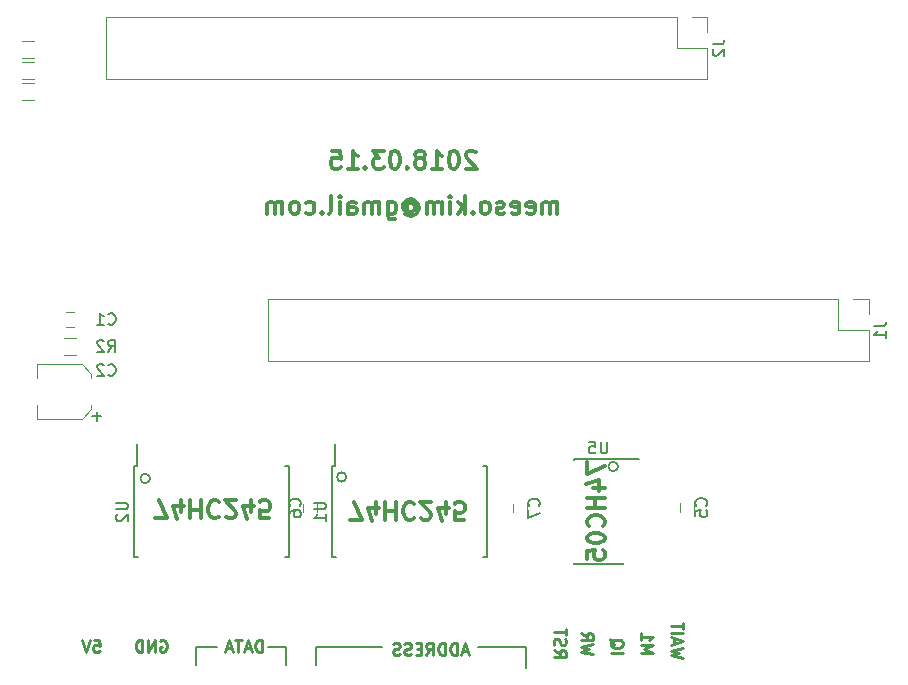
<source format=gbr>
G04 #@! TF.FileFunction,Legend,Bot*
%FSLAX46Y46*%
G04 Gerber Fmt 4.6, Leading zero omitted, Abs format (unit mm)*
G04 Created by KiCad (PCBNEW 4.0.7) date 03/27/18 21:59:05*
%MOMM*%
%LPD*%
G01*
G04 APERTURE LIST*
%ADD10C,0.100000*%
%ADD11C,0.200000*%
%ADD12C,0.300000*%
%ADD13C,0.250000*%
%ADD14C,0.120000*%
%ADD15C,0.150000*%
G04 APERTURE END LIST*
D10*
D11*
X175407609Y-89154000D02*
G75*
G03X175407609Y-89154000I-401609J0D01*
G01*
D12*
X172787571Y-88785430D02*
X172787571Y-89785430D01*
X174287571Y-89142573D01*
X173287571Y-90999715D02*
X174287571Y-90999715D01*
X172716143Y-90642572D02*
X173787571Y-90285429D01*
X173787571Y-91214001D01*
X174287571Y-91785429D02*
X172787571Y-91785429D01*
X173501857Y-91785429D02*
X173501857Y-92642572D01*
X174287571Y-92642572D02*
X172787571Y-92642572D01*
X174144714Y-94214001D02*
X174216143Y-94142572D01*
X174287571Y-93928286D01*
X174287571Y-93785429D01*
X174216143Y-93571144D01*
X174073286Y-93428286D01*
X173930429Y-93356858D01*
X173644714Y-93285429D01*
X173430429Y-93285429D01*
X173144714Y-93356858D01*
X173001857Y-93428286D01*
X172859000Y-93571144D01*
X172787571Y-93785429D01*
X172787571Y-93928286D01*
X172859000Y-94142572D01*
X172930429Y-94214001D01*
X172787571Y-95142572D02*
X172787571Y-95285429D01*
X172859000Y-95428286D01*
X172930429Y-95499715D01*
X173073286Y-95571144D01*
X173359000Y-95642572D01*
X173716143Y-95642572D01*
X174001857Y-95571144D01*
X174144714Y-95499715D01*
X174216143Y-95428286D01*
X174287571Y-95285429D01*
X174287571Y-95142572D01*
X174216143Y-94999715D01*
X174144714Y-94928286D01*
X174001857Y-94856858D01*
X173716143Y-94785429D01*
X173359000Y-94785429D01*
X173073286Y-94856858D01*
X172930429Y-94928286D01*
X172859000Y-94999715D01*
X172787571Y-95142572D01*
X172787571Y-96999715D02*
X172787571Y-96285429D01*
X173501857Y-96214000D01*
X173430429Y-96285429D01*
X173359000Y-96428286D01*
X173359000Y-96785429D01*
X173430429Y-96928286D01*
X173501857Y-96999715D01*
X173644714Y-97071143D01*
X174001857Y-97071143D01*
X174144714Y-96999715D01*
X174216143Y-96928286D01*
X174287571Y-96785429D01*
X174287571Y-96428286D01*
X174216143Y-96285429D01*
X174144714Y-96214000D01*
D11*
X135783609Y-90170000D02*
G75*
G03X135783609Y-90170000I-401609J0D01*
G01*
D12*
X136204144Y-93531429D02*
X137204144Y-93531429D01*
X136561287Y-92031429D01*
X138418429Y-93031429D02*
X138418429Y-92031429D01*
X138061286Y-93602857D02*
X137704143Y-92531429D01*
X138632715Y-92531429D01*
X139204143Y-92031429D02*
X139204143Y-93531429D01*
X139204143Y-92817143D02*
X140061286Y-92817143D01*
X140061286Y-92031429D02*
X140061286Y-93531429D01*
X141632715Y-92174286D02*
X141561286Y-92102857D01*
X141347000Y-92031429D01*
X141204143Y-92031429D01*
X140989858Y-92102857D01*
X140847000Y-92245714D01*
X140775572Y-92388571D01*
X140704143Y-92674286D01*
X140704143Y-92888571D01*
X140775572Y-93174286D01*
X140847000Y-93317143D01*
X140989858Y-93460000D01*
X141204143Y-93531429D01*
X141347000Y-93531429D01*
X141561286Y-93460000D01*
X141632715Y-93388571D01*
X142204143Y-93388571D02*
X142275572Y-93460000D01*
X142418429Y-93531429D01*
X142775572Y-93531429D01*
X142918429Y-93460000D01*
X142989858Y-93388571D01*
X143061286Y-93245714D01*
X143061286Y-93102857D01*
X142989858Y-92888571D01*
X142132715Y-92031429D01*
X143061286Y-92031429D01*
X144347000Y-93031429D02*
X144347000Y-92031429D01*
X143989857Y-93602857D02*
X143632714Y-92531429D01*
X144561286Y-92531429D01*
X145847000Y-93531429D02*
X145132714Y-93531429D01*
X145061285Y-92817143D01*
X145132714Y-92888571D01*
X145275571Y-92960000D01*
X145632714Y-92960000D01*
X145775571Y-92888571D01*
X145847000Y-92817143D01*
X145918428Y-92674286D01*
X145918428Y-92317143D01*
X145847000Y-92174286D01*
X145775571Y-92102857D01*
X145632714Y-92031429D01*
X145275571Y-92031429D01*
X145132714Y-92102857D01*
X145061285Y-92174286D01*
D11*
X152420609Y-90043000D02*
G75*
G03X152420609Y-90043000I-401609J0D01*
G01*
D12*
X152714144Y-93658429D02*
X153714144Y-93658429D01*
X153071287Y-92158429D01*
X154928429Y-93158429D02*
X154928429Y-92158429D01*
X154571286Y-93729857D02*
X154214143Y-92658429D01*
X155142715Y-92658429D01*
X155714143Y-92158429D02*
X155714143Y-93658429D01*
X155714143Y-92944143D02*
X156571286Y-92944143D01*
X156571286Y-92158429D02*
X156571286Y-93658429D01*
X158142715Y-92301286D02*
X158071286Y-92229857D01*
X157857000Y-92158429D01*
X157714143Y-92158429D01*
X157499858Y-92229857D01*
X157357000Y-92372714D01*
X157285572Y-92515571D01*
X157214143Y-92801286D01*
X157214143Y-93015571D01*
X157285572Y-93301286D01*
X157357000Y-93444143D01*
X157499858Y-93587000D01*
X157714143Y-93658429D01*
X157857000Y-93658429D01*
X158071286Y-93587000D01*
X158142715Y-93515571D01*
X158714143Y-93515571D02*
X158785572Y-93587000D01*
X158928429Y-93658429D01*
X159285572Y-93658429D01*
X159428429Y-93587000D01*
X159499858Y-93515571D01*
X159571286Y-93372714D01*
X159571286Y-93229857D01*
X159499858Y-93015571D01*
X158642715Y-92158429D01*
X159571286Y-92158429D01*
X160857000Y-93158429D02*
X160857000Y-92158429D01*
X160499857Y-93729857D02*
X160142714Y-92658429D01*
X161071286Y-92658429D01*
X162357000Y-93658429D02*
X161642714Y-93658429D01*
X161571285Y-92944143D01*
X161642714Y-93015571D01*
X161785571Y-93087000D01*
X162142714Y-93087000D01*
X162285571Y-93015571D01*
X162357000Y-92944143D01*
X162428428Y-92801286D01*
X162428428Y-92444143D01*
X162357000Y-92301286D01*
X162285571Y-92229857D01*
X162142714Y-92158429D01*
X161785571Y-92158429D01*
X161642714Y-92229857D01*
X161571285Y-92301286D01*
D11*
X167640000Y-104394000D02*
X163576000Y-104394000D01*
X167640000Y-106172000D02*
X167640000Y-104394000D01*
X149860000Y-104394000D02*
X155448000Y-104394000D01*
X149860000Y-105918000D02*
X149860000Y-104394000D01*
X147320000Y-104394000D02*
X145796000Y-104394000D01*
X147320000Y-105918000D02*
X147320000Y-104394000D01*
X139700000Y-104394000D02*
X141478000Y-104394000D01*
X139700000Y-105918000D02*
X139700000Y-104394000D01*
D13*
X162654857Y-104814667D02*
X162178666Y-104814667D01*
X162750095Y-105100381D02*
X162416762Y-104100381D01*
X162083428Y-105100381D01*
X161750095Y-105100381D02*
X161750095Y-104100381D01*
X161512000Y-104100381D01*
X161369142Y-104148000D01*
X161273904Y-104243238D01*
X161226285Y-104338476D01*
X161178666Y-104528952D01*
X161178666Y-104671810D01*
X161226285Y-104862286D01*
X161273904Y-104957524D01*
X161369142Y-105052762D01*
X161512000Y-105100381D01*
X161750095Y-105100381D01*
X160750095Y-105100381D02*
X160750095Y-104100381D01*
X160512000Y-104100381D01*
X160369142Y-104148000D01*
X160273904Y-104243238D01*
X160226285Y-104338476D01*
X160178666Y-104528952D01*
X160178666Y-104671810D01*
X160226285Y-104862286D01*
X160273904Y-104957524D01*
X160369142Y-105052762D01*
X160512000Y-105100381D01*
X160750095Y-105100381D01*
X159178666Y-105100381D02*
X159512000Y-104624190D01*
X159750095Y-105100381D02*
X159750095Y-104100381D01*
X159369142Y-104100381D01*
X159273904Y-104148000D01*
X159226285Y-104195619D01*
X159178666Y-104290857D01*
X159178666Y-104433714D01*
X159226285Y-104528952D01*
X159273904Y-104576571D01*
X159369142Y-104624190D01*
X159750095Y-104624190D01*
X158750095Y-104576571D02*
X158416761Y-104576571D01*
X158273904Y-105100381D02*
X158750095Y-105100381D01*
X158750095Y-104100381D01*
X158273904Y-104100381D01*
X157892952Y-105052762D02*
X157750095Y-105100381D01*
X157511999Y-105100381D01*
X157416761Y-105052762D01*
X157369142Y-105005143D01*
X157321523Y-104909905D01*
X157321523Y-104814667D01*
X157369142Y-104719429D01*
X157416761Y-104671810D01*
X157511999Y-104624190D01*
X157702476Y-104576571D01*
X157797714Y-104528952D01*
X157845333Y-104481333D01*
X157892952Y-104386095D01*
X157892952Y-104290857D01*
X157845333Y-104195619D01*
X157797714Y-104148000D01*
X157702476Y-104100381D01*
X157464380Y-104100381D01*
X157321523Y-104148000D01*
X156940571Y-105052762D02*
X156797714Y-105100381D01*
X156559618Y-105100381D01*
X156464380Y-105052762D01*
X156416761Y-105005143D01*
X156369142Y-104909905D01*
X156369142Y-104814667D01*
X156416761Y-104719429D01*
X156464380Y-104671810D01*
X156559618Y-104624190D01*
X156750095Y-104576571D01*
X156845333Y-104528952D01*
X156892952Y-104481333D01*
X156940571Y-104386095D01*
X156940571Y-104290857D01*
X156892952Y-104195619D01*
X156845333Y-104148000D01*
X156750095Y-104100381D01*
X156511999Y-104100381D01*
X156369142Y-104148000D01*
X145264000Y-104846381D02*
X145264000Y-103846381D01*
X145025905Y-103846381D01*
X144883047Y-103894000D01*
X144787809Y-103989238D01*
X144740190Y-104084476D01*
X144692571Y-104274952D01*
X144692571Y-104417810D01*
X144740190Y-104608286D01*
X144787809Y-104703524D01*
X144883047Y-104798762D01*
X145025905Y-104846381D01*
X145264000Y-104846381D01*
X144311619Y-104560667D02*
X143835428Y-104560667D01*
X144406857Y-104846381D02*
X144073524Y-103846381D01*
X143740190Y-104846381D01*
X143549714Y-103846381D02*
X142978285Y-103846381D01*
X143264000Y-104846381D02*
X143264000Y-103846381D01*
X142692571Y-104560667D02*
X142216380Y-104560667D01*
X142787809Y-104846381D02*
X142454476Y-103846381D01*
X142121142Y-104846381D01*
D12*
X163368856Y-62567429D02*
X163297427Y-62496000D01*
X163154570Y-62424571D01*
X162797427Y-62424571D01*
X162654570Y-62496000D01*
X162583141Y-62567429D01*
X162511713Y-62710286D01*
X162511713Y-62853143D01*
X162583141Y-63067429D01*
X163440284Y-63924571D01*
X162511713Y-63924571D01*
X161583142Y-62424571D02*
X161440285Y-62424571D01*
X161297428Y-62496000D01*
X161225999Y-62567429D01*
X161154570Y-62710286D01*
X161083142Y-62996000D01*
X161083142Y-63353143D01*
X161154570Y-63638857D01*
X161225999Y-63781714D01*
X161297428Y-63853143D01*
X161440285Y-63924571D01*
X161583142Y-63924571D01*
X161725999Y-63853143D01*
X161797428Y-63781714D01*
X161868856Y-63638857D01*
X161940285Y-63353143D01*
X161940285Y-62996000D01*
X161868856Y-62710286D01*
X161797428Y-62567429D01*
X161725999Y-62496000D01*
X161583142Y-62424571D01*
X159654571Y-63924571D02*
X160511714Y-63924571D01*
X160083142Y-63924571D02*
X160083142Y-62424571D01*
X160225999Y-62638857D01*
X160368857Y-62781714D01*
X160511714Y-62853143D01*
X158797428Y-63067429D02*
X158940286Y-62996000D01*
X159011714Y-62924571D01*
X159083143Y-62781714D01*
X159083143Y-62710286D01*
X159011714Y-62567429D01*
X158940286Y-62496000D01*
X158797428Y-62424571D01*
X158511714Y-62424571D01*
X158368857Y-62496000D01*
X158297428Y-62567429D01*
X158226000Y-62710286D01*
X158226000Y-62781714D01*
X158297428Y-62924571D01*
X158368857Y-62996000D01*
X158511714Y-63067429D01*
X158797428Y-63067429D01*
X158940286Y-63138857D01*
X159011714Y-63210286D01*
X159083143Y-63353143D01*
X159083143Y-63638857D01*
X159011714Y-63781714D01*
X158940286Y-63853143D01*
X158797428Y-63924571D01*
X158511714Y-63924571D01*
X158368857Y-63853143D01*
X158297428Y-63781714D01*
X158226000Y-63638857D01*
X158226000Y-63353143D01*
X158297428Y-63210286D01*
X158368857Y-63138857D01*
X158511714Y-63067429D01*
X157583143Y-63781714D02*
X157511715Y-63853143D01*
X157583143Y-63924571D01*
X157654572Y-63853143D01*
X157583143Y-63781714D01*
X157583143Y-63924571D01*
X156583143Y-62424571D02*
X156440286Y-62424571D01*
X156297429Y-62496000D01*
X156226000Y-62567429D01*
X156154571Y-62710286D01*
X156083143Y-62996000D01*
X156083143Y-63353143D01*
X156154571Y-63638857D01*
X156226000Y-63781714D01*
X156297429Y-63853143D01*
X156440286Y-63924571D01*
X156583143Y-63924571D01*
X156726000Y-63853143D01*
X156797429Y-63781714D01*
X156868857Y-63638857D01*
X156940286Y-63353143D01*
X156940286Y-62996000D01*
X156868857Y-62710286D01*
X156797429Y-62567429D01*
X156726000Y-62496000D01*
X156583143Y-62424571D01*
X155583143Y-62424571D02*
X154654572Y-62424571D01*
X155154572Y-62996000D01*
X154940286Y-62996000D01*
X154797429Y-63067429D01*
X154726000Y-63138857D01*
X154654572Y-63281714D01*
X154654572Y-63638857D01*
X154726000Y-63781714D01*
X154797429Y-63853143D01*
X154940286Y-63924571D01*
X155368858Y-63924571D01*
X155511715Y-63853143D01*
X155583143Y-63781714D01*
X154011715Y-63781714D02*
X153940287Y-63853143D01*
X154011715Y-63924571D01*
X154083144Y-63853143D01*
X154011715Y-63781714D01*
X154011715Y-63924571D01*
X152511715Y-63924571D02*
X153368858Y-63924571D01*
X152940286Y-63924571D02*
X152940286Y-62424571D01*
X153083143Y-62638857D01*
X153226001Y-62781714D01*
X153368858Y-62853143D01*
X151154572Y-62424571D02*
X151868858Y-62424571D01*
X151940287Y-63138857D01*
X151868858Y-63067429D01*
X151726001Y-62996000D01*
X151368858Y-62996000D01*
X151226001Y-63067429D01*
X151154572Y-63138857D01*
X151083144Y-63281714D01*
X151083144Y-63638857D01*
X151154572Y-63781714D01*
X151226001Y-63853143D01*
X151368858Y-63924571D01*
X151726001Y-63924571D01*
X151868858Y-63853143D01*
X151940287Y-63781714D01*
D13*
X131000476Y-103846381D02*
X131476667Y-103846381D01*
X131524286Y-104322571D01*
X131476667Y-104274952D01*
X131381429Y-104227333D01*
X131143333Y-104227333D01*
X131048095Y-104274952D01*
X131000476Y-104322571D01*
X130952857Y-104417810D01*
X130952857Y-104655905D01*
X131000476Y-104751143D01*
X131048095Y-104798762D01*
X131143333Y-104846381D01*
X131381429Y-104846381D01*
X131476667Y-104798762D01*
X131524286Y-104751143D01*
X130667143Y-103846381D02*
X130333810Y-104846381D01*
X130000476Y-103846381D01*
X136651904Y-103894000D02*
X136747142Y-103846381D01*
X136889999Y-103846381D01*
X137032857Y-103894000D01*
X137128095Y-103989238D01*
X137175714Y-104084476D01*
X137223333Y-104274952D01*
X137223333Y-104417810D01*
X137175714Y-104608286D01*
X137128095Y-104703524D01*
X137032857Y-104798762D01*
X136889999Y-104846381D01*
X136794761Y-104846381D01*
X136651904Y-104798762D01*
X136604285Y-104751143D01*
X136604285Y-104417810D01*
X136794761Y-104417810D01*
X136175714Y-104846381D02*
X136175714Y-103846381D01*
X135604285Y-104846381D01*
X135604285Y-103846381D01*
X135128095Y-104846381D02*
X135128095Y-103846381D01*
X134890000Y-103846381D01*
X134747142Y-103894000D01*
X134651904Y-103989238D01*
X134604285Y-104084476D01*
X134556666Y-104274952D01*
X134556666Y-104417810D01*
X134604285Y-104608286D01*
X134651904Y-104703524D01*
X134747142Y-104798762D01*
X134890000Y-104846381D01*
X135128095Y-104846381D01*
X173267619Y-105068571D02*
X172267619Y-104830476D01*
X172981905Y-104639999D01*
X172267619Y-104449523D01*
X173267619Y-104211428D01*
X172267619Y-103259047D02*
X172743810Y-103592381D01*
X172267619Y-103830476D02*
X173267619Y-103830476D01*
X173267619Y-103449523D01*
X173220000Y-103354285D01*
X173172381Y-103306666D01*
X173077143Y-103259047D01*
X172934286Y-103259047D01*
X172839048Y-103306666D01*
X172791429Y-103354285D01*
X172743810Y-103449523D01*
X172743810Y-103830476D01*
X174807619Y-104917809D02*
X175807619Y-104917809D01*
X174712381Y-103774952D02*
X174760000Y-103870190D01*
X174855238Y-103965428D01*
X174998095Y-104108285D01*
X175045714Y-104203524D01*
X175045714Y-104298762D01*
X174807619Y-104251143D02*
X174855238Y-104346381D01*
X174950476Y-104441619D01*
X175140952Y-104489238D01*
X175474286Y-104489238D01*
X175664762Y-104441619D01*
X175760000Y-104346381D01*
X175807619Y-104251143D01*
X175807619Y-104060666D01*
X175760000Y-103965428D01*
X175664762Y-103870190D01*
X175474286Y-103822571D01*
X175140952Y-103822571D01*
X174950476Y-103870190D01*
X174855238Y-103965428D01*
X174807619Y-104060666D01*
X174807619Y-104251143D01*
X177347619Y-104949524D02*
X178347619Y-104949524D01*
X177633333Y-104616190D01*
X178347619Y-104282857D01*
X177347619Y-104282857D01*
X177347619Y-103282857D02*
X177347619Y-103854286D01*
X177347619Y-103568572D02*
X178347619Y-103568572D01*
X178204762Y-103663810D01*
X178109524Y-103759048D01*
X178061905Y-103854286D01*
X180887619Y-105362190D02*
X179887619Y-105124095D01*
X180601905Y-104933618D01*
X179887619Y-104743142D01*
X180887619Y-104505047D01*
X180173333Y-104171714D02*
X180173333Y-103695523D01*
X179887619Y-104266952D02*
X180887619Y-103933619D01*
X179887619Y-103600285D01*
X179887619Y-103266952D02*
X180887619Y-103266952D01*
X180887619Y-102933619D02*
X180887619Y-102362190D01*
X179887619Y-102647905D02*
X180887619Y-102647905D01*
X169981619Y-104687619D02*
X170457810Y-105020953D01*
X169981619Y-105259048D02*
X170981619Y-105259048D01*
X170981619Y-104878095D01*
X170934000Y-104782857D01*
X170886381Y-104735238D01*
X170791143Y-104687619D01*
X170648286Y-104687619D01*
X170553048Y-104735238D01*
X170505429Y-104782857D01*
X170457810Y-104878095D01*
X170457810Y-105259048D01*
X170029238Y-104306667D02*
X169981619Y-104163810D01*
X169981619Y-103925714D01*
X170029238Y-103830476D01*
X170076857Y-103782857D01*
X170172095Y-103735238D01*
X170267333Y-103735238D01*
X170362571Y-103782857D01*
X170410190Y-103830476D01*
X170457810Y-103925714D01*
X170505429Y-104116191D01*
X170553048Y-104211429D01*
X170600667Y-104259048D01*
X170695905Y-104306667D01*
X170791143Y-104306667D01*
X170886381Y-104259048D01*
X170934000Y-104211429D01*
X170981619Y-104116191D01*
X170981619Y-103878095D01*
X170934000Y-103735238D01*
X170981619Y-103449524D02*
X170981619Y-102878095D01*
X169981619Y-103163810D02*
X170981619Y-103163810D01*
D12*
X170273714Y-67734571D02*
X170273714Y-66734571D01*
X170273714Y-66877429D02*
X170202286Y-66806000D01*
X170059428Y-66734571D01*
X169845143Y-66734571D01*
X169702286Y-66806000D01*
X169630857Y-66948857D01*
X169630857Y-67734571D01*
X169630857Y-66948857D02*
X169559428Y-66806000D01*
X169416571Y-66734571D01*
X169202286Y-66734571D01*
X169059428Y-66806000D01*
X168988000Y-66948857D01*
X168988000Y-67734571D01*
X167702286Y-67663143D02*
X167845143Y-67734571D01*
X168130857Y-67734571D01*
X168273714Y-67663143D01*
X168345143Y-67520286D01*
X168345143Y-66948857D01*
X168273714Y-66806000D01*
X168130857Y-66734571D01*
X167845143Y-66734571D01*
X167702286Y-66806000D01*
X167630857Y-66948857D01*
X167630857Y-67091714D01*
X168345143Y-67234571D01*
X166416572Y-67663143D02*
X166559429Y-67734571D01*
X166845143Y-67734571D01*
X166988000Y-67663143D01*
X167059429Y-67520286D01*
X167059429Y-66948857D01*
X166988000Y-66806000D01*
X166845143Y-66734571D01*
X166559429Y-66734571D01*
X166416572Y-66806000D01*
X166345143Y-66948857D01*
X166345143Y-67091714D01*
X167059429Y-67234571D01*
X165773715Y-67663143D02*
X165630858Y-67734571D01*
X165345143Y-67734571D01*
X165202286Y-67663143D01*
X165130858Y-67520286D01*
X165130858Y-67448857D01*
X165202286Y-67306000D01*
X165345143Y-67234571D01*
X165559429Y-67234571D01*
X165702286Y-67163143D01*
X165773715Y-67020286D01*
X165773715Y-66948857D01*
X165702286Y-66806000D01*
X165559429Y-66734571D01*
X165345143Y-66734571D01*
X165202286Y-66806000D01*
X164273714Y-67734571D02*
X164416572Y-67663143D01*
X164488000Y-67591714D01*
X164559429Y-67448857D01*
X164559429Y-67020286D01*
X164488000Y-66877429D01*
X164416572Y-66806000D01*
X164273714Y-66734571D01*
X164059429Y-66734571D01*
X163916572Y-66806000D01*
X163845143Y-66877429D01*
X163773714Y-67020286D01*
X163773714Y-67448857D01*
X163845143Y-67591714D01*
X163916572Y-67663143D01*
X164059429Y-67734571D01*
X164273714Y-67734571D01*
X163130857Y-67591714D02*
X163059429Y-67663143D01*
X163130857Y-67734571D01*
X163202286Y-67663143D01*
X163130857Y-67591714D01*
X163130857Y-67734571D01*
X162416571Y-67734571D02*
X162416571Y-66234571D01*
X162273714Y-67163143D02*
X161845143Y-67734571D01*
X161845143Y-66734571D02*
X162416571Y-67306000D01*
X161202285Y-67734571D02*
X161202285Y-66734571D01*
X161202285Y-66234571D02*
X161273714Y-66306000D01*
X161202285Y-66377429D01*
X161130857Y-66306000D01*
X161202285Y-66234571D01*
X161202285Y-66377429D01*
X160487999Y-67734571D02*
X160487999Y-66734571D01*
X160487999Y-66877429D02*
X160416571Y-66806000D01*
X160273713Y-66734571D01*
X160059428Y-66734571D01*
X159916571Y-66806000D01*
X159845142Y-66948857D01*
X159845142Y-67734571D01*
X159845142Y-66948857D02*
X159773713Y-66806000D01*
X159630856Y-66734571D01*
X159416571Y-66734571D01*
X159273713Y-66806000D01*
X159202285Y-66948857D01*
X159202285Y-67734571D01*
X157559428Y-67020286D02*
X157630856Y-66948857D01*
X157773713Y-66877429D01*
X157916571Y-66877429D01*
X158059428Y-66948857D01*
X158130856Y-67020286D01*
X158202285Y-67163143D01*
X158202285Y-67306000D01*
X158130856Y-67448857D01*
X158059428Y-67520286D01*
X157916571Y-67591714D01*
X157773713Y-67591714D01*
X157630856Y-67520286D01*
X157559428Y-67448857D01*
X157559428Y-66877429D02*
X157559428Y-67448857D01*
X157487999Y-67520286D01*
X157416571Y-67520286D01*
X157273713Y-67448857D01*
X157202285Y-67306000D01*
X157202285Y-66948857D01*
X157345142Y-66734571D01*
X157559428Y-66591714D01*
X157845142Y-66520286D01*
X158130856Y-66591714D01*
X158345142Y-66734571D01*
X158487999Y-66948857D01*
X158559428Y-67234571D01*
X158487999Y-67520286D01*
X158345142Y-67734571D01*
X158130856Y-67877429D01*
X157845142Y-67948857D01*
X157559428Y-67877429D01*
X157345142Y-67734571D01*
X155916571Y-66734571D02*
X155916571Y-67948857D01*
X155988000Y-68091714D01*
X156059428Y-68163143D01*
X156202285Y-68234571D01*
X156416571Y-68234571D01*
X156559428Y-68163143D01*
X155916571Y-67663143D02*
X156059428Y-67734571D01*
X156345142Y-67734571D01*
X156488000Y-67663143D01*
X156559428Y-67591714D01*
X156630857Y-67448857D01*
X156630857Y-67020286D01*
X156559428Y-66877429D01*
X156488000Y-66806000D01*
X156345142Y-66734571D01*
X156059428Y-66734571D01*
X155916571Y-66806000D01*
X155202285Y-67734571D02*
X155202285Y-66734571D01*
X155202285Y-66877429D02*
X155130857Y-66806000D01*
X154987999Y-66734571D01*
X154773714Y-66734571D01*
X154630857Y-66806000D01*
X154559428Y-66948857D01*
X154559428Y-67734571D01*
X154559428Y-66948857D02*
X154487999Y-66806000D01*
X154345142Y-66734571D01*
X154130857Y-66734571D01*
X153987999Y-66806000D01*
X153916571Y-66948857D01*
X153916571Y-67734571D01*
X152559428Y-67734571D02*
X152559428Y-66948857D01*
X152630857Y-66806000D01*
X152773714Y-66734571D01*
X153059428Y-66734571D01*
X153202285Y-66806000D01*
X152559428Y-67663143D02*
X152702285Y-67734571D01*
X153059428Y-67734571D01*
X153202285Y-67663143D01*
X153273714Y-67520286D01*
X153273714Y-67377429D01*
X153202285Y-67234571D01*
X153059428Y-67163143D01*
X152702285Y-67163143D01*
X152559428Y-67091714D01*
X151845142Y-67734571D02*
X151845142Y-66734571D01*
X151845142Y-66234571D02*
X151916571Y-66306000D01*
X151845142Y-66377429D01*
X151773714Y-66306000D01*
X151845142Y-66234571D01*
X151845142Y-66377429D01*
X150916570Y-67734571D02*
X151059428Y-67663143D01*
X151130856Y-67520286D01*
X151130856Y-66234571D01*
X150345142Y-67591714D02*
X150273714Y-67663143D01*
X150345142Y-67734571D01*
X150416571Y-67663143D01*
X150345142Y-67591714D01*
X150345142Y-67734571D01*
X148987999Y-67663143D02*
X149130856Y-67734571D01*
X149416570Y-67734571D01*
X149559428Y-67663143D01*
X149630856Y-67591714D01*
X149702285Y-67448857D01*
X149702285Y-67020286D01*
X149630856Y-66877429D01*
X149559428Y-66806000D01*
X149416570Y-66734571D01*
X149130856Y-66734571D01*
X148987999Y-66806000D01*
X148130856Y-67734571D02*
X148273714Y-67663143D01*
X148345142Y-67591714D01*
X148416571Y-67448857D01*
X148416571Y-67020286D01*
X148345142Y-66877429D01*
X148273714Y-66806000D01*
X148130856Y-66734571D01*
X147916571Y-66734571D01*
X147773714Y-66806000D01*
X147702285Y-66877429D01*
X147630856Y-67020286D01*
X147630856Y-67448857D01*
X147702285Y-67591714D01*
X147773714Y-67663143D01*
X147916571Y-67734571D01*
X148130856Y-67734571D01*
X146987999Y-67734571D02*
X146987999Y-66734571D01*
X146987999Y-66877429D02*
X146916571Y-66806000D01*
X146773713Y-66734571D01*
X146559428Y-66734571D01*
X146416571Y-66806000D01*
X146345142Y-66948857D01*
X146345142Y-67734571D01*
X146345142Y-66948857D02*
X146273713Y-66806000D01*
X146130856Y-66734571D01*
X145916571Y-66734571D01*
X145773713Y-66806000D01*
X145702285Y-66948857D01*
X145702285Y-67734571D01*
D14*
X180365000Y-51121000D02*
X132045000Y-51121000D01*
X132045000Y-51121000D02*
X132045000Y-56321000D01*
X132045000Y-56321000D02*
X182965000Y-56321000D01*
X182965000Y-56321000D02*
X182965000Y-53721000D01*
X182965000Y-53721000D02*
X180365000Y-53721000D01*
X180365000Y-53721000D02*
X180365000Y-51121000D01*
X181635000Y-51121000D02*
X182965000Y-51121000D01*
X182965000Y-51121000D02*
X182965000Y-52391000D01*
X194056000Y-74997000D02*
X145736000Y-74997000D01*
X145736000Y-74997000D02*
X145736000Y-80197000D01*
X145736000Y-80197000D02*
X196656000Y-80197000D01*
X196656000Y-80197000D02*
X196656000Y-77597000D01*
X196656000Y-77597000D02*
X194056000Y-77597000D01*
X194056000Y-77597000D02*
X194056000Y-74997000D01*
X195326000Y-74997000D02*
X196656000Y-74997000D01*
X196656000Y-74997000D02*
X196656000Y-76267000D01*
X124976000Y-54528000D02*
X125976000Y-54528000D01*
X125976000Y-53168000D02*
X124976000Y-53168000D01*
D15*
X151159000Y-89089000D02*
X151409000Y-89089000D01*
X151159000Y-96839000D02*
X151494000Y-96839000D01*
X164309000Y-96839000D02*
X163974000Y-96839000D01*
X164309000Y-89089000D02*
X163974000Y-89089000D01*
X151159000Y-89089000D02*
X151159000Y-96839000D01*
X164309000Y-89089000D02*
X164309000Y-96839000D01*
X151409000Y-89089000D02*
X151409000Y-87289000D01*
X134395000Y-89089000D02*
X134645000Y-89089000D01*
X134395000Y-96839000D02*
X134730000Y-96839000D01*
X147545000Y-96839000D02*
X147210000Y-96839000D01*
X147545000Y-89089000D02*
X147210000Y-89089000D01*
X134395000Y-89089000D02*
X134395000Y-96839000D01*
X147545000Y-89089000D02*
X147545000Y-96839000D01*
X134645000Y-89089000D02*
X134645000Y-87289000D01*
X175811000Y-88514000D02*
X175811000Y-88539000D01*
X171661000Y-88514000D02*
X171661000Y-88629000D01*
X171661000Y-97414000D02*
X171661000Y-97299000D01*
X175811000Y-97414000D02*
X175811000Y-97299000D01*
X175811000Y-88514000D02*
X171661000Y-88514000D01*
X175811000Y-97414000D02*
X171661000Y-97414000D01*
X175811000Y-88539000D02*
X177186000Y-88539000D01*
D14*
X129382000Y-76108000D02*
X128682000Y-76108000D01*
X128682000Y-77308000D02*
X129382000Y-77308000D01*
X130814000Y-81284000D02*
X130814000Y-81684000D01*
X126234000Y-80514000D02*
X126234000Y-81684000D01*
X126234000Y-85094000D02*
X126234000Y-83924000D01*
X130814000Y-84324000D02*
X130814000Y-83924000D01*
X130044000Y-85094000D02*
X126234000Y-85094000D01*
X130044000Y-85094000D02*
X130814000Y-84324000D01*
X130044000Y-80514000D02*
X126234000Y-80514000D01*
X130044000Y-80514000D02*
X130814000Y-81284000D01*
X128532000Y-79674000D02*
X129532000Y-79674000D01*
X129532000Y-78314000D02*
X128532000Y-78314000D01*
X181854000Y-92983800D02*
X181854000Y-92283800D01*
X180654000Y-92283800D02*
X180654000Y-92983800D01*
X148752000Y-92309200D02*
X148752000Y-93009200D01*
X149952000Y-93009200D02*
X149952000Y-92309200D01*
X167681000Y-93009200D02*
X167681000Y-92309200D01*
X166481000Y-92309200D02*
X166481000Y-93009200D01*
X124976000Y-56306000D02*
X125976000Y-56306000D01*
X125976000Y-54946000D02*
X124976000Y-54946000D01*
X124976000Y-58084000D02*
X125976000Y-58084000D01*
X125976000Y-56724000D02*
X124976000Y-56724000D01*
D15*
X183417381Y-53387667D02*
X184131667Y-53387667D01*
X184274524Y-53340047D01*
X184369762Y-53244809D01*
X184417381Y-53101952D01*
X184417381Y-53006714D01*
X183512619Y-53816238D02*
X183465000Y-53863857D01*
X183417381Y-53959095D01*
X183417381Y-54197191D01*
X183465000Y-54292429D01*
X183512619Y-54340048D01*
X183607857Y-54387667D01*
X183703095Y-54387667D01*
X183845952Y-54340048D01*
X184417381Y-53768619D01*
X184417381Y-54387667D01*
X197108381Y-77263667D02*
X197822667Y-77263667D01*
X197965524Y-77216047D01*
X198060762Y-77120809D01*
X198108381Y-76977952D01*
X198108381Y-76882714D01*
X198108381Y-78263667D02*
X198108381Y-77692238D01*
X198108381Y-77977952D02*
X197108381Y-77977952D01*
X197251238Y-77882714D01*
X197346476Y-77787476D01*
X197394095Y-77692238D01*
X149686381Y-92202095D02*
X150495905Y-92202095D01*
X150591143Y-92249714D01*
X150638762Y-92297333D01*
X150686381Y-92392571D01*
X150686381Y-92583048D01*
X150638762Y-92678286D01*
X150591143Y-92725905D01*
X150495905Y-92773524D01*
X149686381Y-92773524D01*
X150686381Y-93773524D02*
X150686381Y-93202095D01*
X150686381Y-93487809D02*
X149686381Y-93487809D01*
X149829238Y-93392571D01*
X149924476Y-93297333D01*
X149972095Y-93202095D01*
X132922381Y-92202095D02*
X133731905Y-92202095D01*
X133827143Y-92249714D01*
X133874762Y-92297333D01*
X133922381Y-92392571D01*
X133922381Y-92583048D01*
X133874762Y-92678286D01*
X133827143Y-92725905D01*
X133731905Y-92773524D01*
X132922381Y-92773524D01*
X133017619Y-93202095D02*
X132970000Y-93249714D01*
X132922381Y-93344952D01*
X132922381Y-93583048D01*
X132970000Y-93678286D01*
X133017619Y-93725905D01*
X133112857Y-93773524D01*
X133208095Y-93773524D01*
X133350952Y-93725905D01*
X133922381Y-93154476D01*
X133922381Y-93773524D01*
X174497905Y-87041381D02*
X174497905Y-87850905D01*
X174450286Y-87946143D01*
X174402667Y-87993762D01*
X174307429Y-88041381D01*
X174116952Y-88041381D01*
X174021714Y-87993762D01*
X173974095Y-87946143D01*
X173926476Y-87850905D01*
X173926476Y-87041381D01*
X172974095Y-87041381D02*
X173450286Y-87041381D01*
X173497905Y-87517571D01*
X173450286Y-87469952D01*
X173355048Y-87422333D01*
X173116952Y-87422333D01*
X173021714Y-87469952D01*
X172974095Y-87517571D01*
X172926476Y-87612810D01*
X172926476Y-87850905D01*
X172974095Y-87946143D01*
X173021714Y-87993762D01*
X173116952Y-88041381D01*
X173355048Y-88041381D01*
X173450286Y-87993762D01*
X173497905Y-87946143D01*
X132246666Y-77065143D02*
X132294285Y-77112762D01*
X132437142Y-77160381D01*
X132532380Y-77160381D01*
X132675238Y-77112762D01*
X132770476Y-77017524D01*
X132818095Y-76922286D01*
X132865714Y-76731810D01*
X132865714Y-76588952D01*
X132818095Y-76398476D01*
X132770476Y-76303238D01*
X132675238Y-76208000D01*
X132532380Y-76160381D01*
X132437142Y-76160381D01*
X132294285Y-76208000D01*
X132246666Y-76255619D01*
X131294285Y-77160381D02*
X131865714Y-77160381D01*
X131580000Y-77160381D02*
X131580000Y-76160381D01*
X131675238Y-76303238D01*
X131770476Y-76398476D01*
X131865714Y-76446095D01*
X132246666Y-81383143D02*
X132294285Y-81430762D01*
X132437142Y-81478381D01*
X132532380Y-81478381D01*
X132675238Y-81430762D01*
X132770476Y-81335524D01*
X132818095Y-81240286D01*
X132865714Y-81049810D01*
X132865714Y-80906952D01*
X132818095Y-80716476D01*
X132770476Y-80621238D01*
X132675238Y-80526000D01*
X132532380Y-80478381D01*
X132437142Y-80478381D01*
X132294285Y-80526000D01*
X132246666Y-80573619D01*
X131865714Y-80573619D02*
X131818095Y-80526000D01*
X131722857Y-80478381D01*
X131484761Y-80478381D01*
X131389523Y-80526000D01*
X131341904Y-80573619D01*
X131294285Y-80668857D01*
X131294285Y-80764095D01*
X131341904Y-80906952D01*
X131913333Y-81478381D01*
X131294285Y-81478381D01*
X131674952Y-84885429D02*
X130913047Y-84885429D01*
X131293999Y-85266381D02*
X131293999Y-84504476D01*
X132246666Y-79446381D02*
X132580000Y-78970190D01*
X132818095Y-79446381D02*
X132818095Y-78446381D01*
X132437142Y-78446381D01*
X132341904Y-78494000D01*
X132294285Y-78541619D01*
X132246666Y-78636857D01*
X132246666Y-78779714D01*
X132294285Y-78874952D01*
X132341904Y-78922571D01*
X132437142Y-78970190D01*
X132818095Y-78970190D01*
X131865714Y-78541619D02*
X131818095Y-78494000D01*
X131722857Y-78446381D01*
X131484761Y-78446381D01*
X131389523Y-78494000D01*
X131341904Y-78541619D01*
X131294285Y-78636857D01*
X131294285Y-78732095D01*
X131341904Y-78874952D01*
X131913333Y-79446381D01*
X131294285Y-79446381D01*
X182861143Y-92467134D02*
X182908762Y-92419515D01*
X182956381Y-92276658D01*
X182956381Y-92181420D01*
X182908762Y-92038562D01*
X182813524Y-91943324D01*
X182718286Y-91895705D01*
X182527810Y-91848086D01*
X182384952Y-91848086D01*
X182194476Y-91895705D01*
X182099238Y-91943324D01*
X182004000Y-92038562D01*
X181956381Y-92181420D01*
X181956381Y-92276658D01*
X182004000Y-92419515D01*
X182051619Y-92467134D01*
X181956381Y-93371896D02*
X181956381Y-92895705D01*
X182432571Y-92848086D01*
X182384952Y-92895705D01*
X182337333Y-92990943D01*
X182337333Y-93229039D01*
X182384952Y-93324277D01*
X182432571Y-93371896D01*
X182527810Y-93419515D01*
X182765905Y-93419515D01*
X182861143Y-93371896D01*
X182908762Y-93324277D01*
X182956381Y-93229039D01*
X182956381Y-92990943D01*
X182908762Y-92895705D01*
X182861143Y-92848086D01*
X148459143Y-92492534D02*
X148506762Y-92444915D01*
X148554381Y-92302058D01*
X148554381Y-92206820D01*
X148506762Y-92063962D01*
X148411524Y-91968724D01*
X148316286Y-91921105D01*
X148125810Y-91873486D01*
X147982952Y-91873486D01*
X147792476Y-91921105D01*
X147697238Y-91968724D01*
X147602000Y-92063962D01*
X147554381Y-92206820D01*
X147554381Y-92302058D01*
X147602000Y-92444915D01*
X147649619Y-92492534D01*
X147554381Y-93349677D02*
X147554381Y-93159200D01*
X147602000Y-93063962D01*
X147649619Y-93016343D01*
X147792476Y-92921105D01*
X147982952Y-92873486D01*
X148363905Y-92873486D01*
X148459143Y-92921105D01*
X148506762Y-92968724D01*
X148554381Y-93063962D01*
X148554381Y-93254439D01*
X148506762Y-93349677D01*
X148459143Y-93397296D01*
X148363905Y-93444915D01*
X148125810Y-93444915D01*
X148030571Y-93397296D01*
X147982952Y-93349677D01*
X147935333Y-93254439D01*
X147935333Y-93063962D01*
X147982952Y-92968724D01*
X148030571Y-92921105D01*
X148125810Y-92873486D01*
X168688143Y-92492534D02*
X168735762Y-92444915D01*
X168783381Y-92302058D01*
X168783381Y-92206820D01*
X168735762Y-92063962D01*
X168640524Y-91968724D01*
X168545286Y-91921105D01*
X168354810Y-91873486D01*
X168211952Y-91873486D01*
X168021476Y-91921105D01*
X167926238Y-91968724D01*
X167831000Y-92063962D01*
X167783381Y-92206820D01*
X167783381Y-92302058D01*
X167831000Y-92444915D01*
X167878619Y-92492534D01*
X167783381Y-92825867D02*
X167783381Y-93492534D01*
X168783381Y-93063962D01*
M02*

</source>
